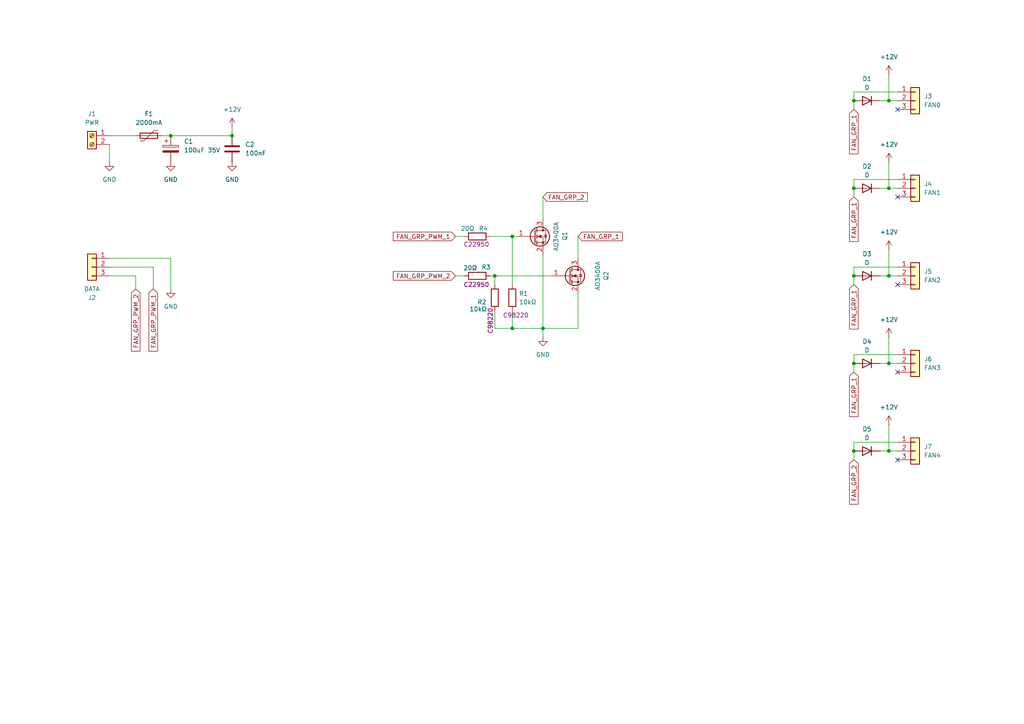
<source format=kicad_sch>
(kicad_sch (version 20231120) (generator "eeschema") (generator_version "8.0")
  (paper "A4")
  (lib_symbols
    (symbol "Connector:Screw_Terminal_01x02" (pin_names (offset 1.016) hide)
      (property "Reference" "J" (at 0 2.54 0))
      (property "Value" "Screw_Terminal_01x02" (at 0 -5.08 0))
      (symbol "Screw_Terminal_01x02_1_1"
        (rectangle (start -1.27 1.27) (end 1.27 -3.81) (stroke (width 0.254)) (fill (type background)))
        (circle (center 0 -2.54) (radius 0.635) (stroke (width 0.1524)))
        (polyline (pts (xy -0.5334 -2.2098) (xy 0.3302 -3.048)) (stroke (width 0.1524)))
        (polyline (pts (xy -0.5334 0.3302) (xy 0.3302 -0.508)) (stroke (width 0.1524)))
        (polyline (pts (xy -0.3556 -2.032) (xy 0.508 -2.8702)) (stroke (width 0.1524)))
        (polyline (pts (xy -0.3556 0.508) (xy 0.508 -0.3302)) (stroke (width 0.1524)))
        (circle (center 0 0) (radius 0.635) (stroke (width 0.1524)))
        (pin passive line (at -5.08 0 0) (length 3.81) (name "Pin_1") (number "1"))
        (pin passive line (at -5.08 -2.54 0) (length 3.81) (name "Pin_2") (number "2"))
      )
    )
    (symbol "Connector_Generic:Conn_01x03" (pin_names (offset 1.016) hide)
      (property "Reference" "J" (at 0 5.08 0))
      (property "Value" "Conn_01x03" (at 0 -5.08 0))
      (symbol "Conn_01x03_1_1"
        (rectangle (start -1.27 -2.413) (end 0 -2.667) (stroke (width 0.1524)))
        (rectangle (start -1.27 0.127) (end 0 -0.127) (stroke (width 0.1524)))
        (rectangle (start -1.27 2.667) (end 0 2.413) (stroke (width 0.1524)))
        (rectangle (start -1.27 3.81) (end 1.27 -3.81) (stroke (width 0.254)) (fill (type background)))
        (pin passive line (at -5.08 2.54 0) (length 3.81) (name "Pin_1") (number "1"))
        (pin passive line (at -5.08 0 0) (length 3.81) (name "Pin_2") (number "2"))
        (pin passive line (at -5.08 -2.54 0) (length 3.81) (name "Pin_3") (number "3"))
      )
    )
    (symbol "Device:C" (pin_numbers hide) (pin_names (offset 0.254))
      (property "Reference" "C" (at 0.635 2.54 0))
      (property "Value" "C" (at 0.635 -2.54 0))
      (symbol "C_0_1"
        (polyline (pts (xy -2.032 -0.762) (xy 2.032 -0.762)) (stroke (width 0.508)))
        (polyline (pts (xy -2.032 0.762) (xy 2.032 0.762)) (stroke (width 0.508)))
      )
      (symbol "C_1_1"
        (pin passive line (at 0 3.81 270) (length 2.794) (name "~") (number "1"))
        (pin passive line (at 0 -3.81 90) (length 2.794) (name "~") (number "2"))
      )
    )
    (symbol "Device:C_Polarized" (pin_numbers hide) (pin_names (offset 0.254))
      (property "Reference" "C" (at 0.635 2.54 0))
      (property "Value" "C_Polarized" (at 0.635 -2.54 0))
      (symbol "C_Polarized_0_1"
        (rectangle (start -2.286 0.508) (end 2.286 1.016))
        (polyline (pts (xy -1.778 2.286) (xy -0.762 2.286)))
        (polyline (pts (xy -1.27 2.794) (xy -1.27 1.778)))
        (rectangle (start 2.286 -0.508) (end -2.286 -1.016) (fill (type outline)))
      )
      (symbol "C_Polarized_1_1"
        (pin passive line (at 0 3.81 270) (length 2.794) (name "~") (number "1"))
        (pin passive line (at 0 -3.81 90) (length 2.794) (name "~") (number "2"))
      )
    )
    (symbol "Device:D" (pin_numbers hide) (pin_names (offset 1.016) hide)
      (property "Reference" "D" (at 0 2.54 0))
      (property "Value" "D" (at 0 -2.54 0))
      (symbol "D_0_1"
        (polyline (pts (xy -1.27 1.27) (xy -1.27 -1.27)) (stroke (width 0.254)))
        (polyline (pts (xy 1.27 0) (xy -1.27 0)))
        (polyline (pts (xy 1.27 1.27) (xy 1.27 -1.27) (xy -1.27 0) (xy 1.27 1.27)) (stroke (width 0.254)))
      )
      (symbol "D_1_1"
        (pin passive line (at -3.81 0 0) (length 2.54) (name "K") (number "1"))
        (pin passive line (at 3.81 0 180) (length 2.54) (name "A") (number "2"))
      )
    )
    (symbol "Device:Polyfuse" (pin_numbers hide) (pin_names (offset 0))
      (property "Reference" "F" (at -2.54 0 90))
      (property "Value" "Polyfuse" (at 2.54 0 90))
      (symbol "Polyfuse_0_1"
        (rectangle (start -0.762 2.54) (end 0.762 -2.54) (stroke (width 0.254)))
        (polyline (pts (xy 0 2.54) (xy 0 -2.54)))
        (polyline (pts (xy -1.524 2.54) (xy -1.524 1.524) (xy 1.524 -1.524) (xy 1.524 -2.54)))
      )
      (symbol "Polyfuse_1_1"
        (pin passive line (at 0 3.81 270) (length 1.27) (name "~") (number "1"))
        (pin passive line (at 0 -3.81 90) (length 1.27) (name "~") (number "2"))
      )
    )
    (symbol "Device:R" (pin_numbers hide) (pin_names (offset 0))
      (property "Reference" "R" (at 2.032 0 90))
      (property "Value" "R" (at 0 0 90))
      (symbol "R_0_1"
        (rectangle (start -1.016 -2.54) (end 1.016 2.54) (stroke (width 0.254)))
      )
      (symbol "R_1_1"
        (pin passive line (at 0 3.81 270) (length 1.27) (name "~") (number "1"))
        (pin passive line (at 0 -3.81 90) (length 1.27) (name "~") (number "2"))
      )
    )
    (symbol "Transistor_FET:AO3400A" (pin_names hide)
      (property "Reference" "Q" (at 5.08 1.905 0))
      (property "Value" "AO3400A" (at 5.08 0 0))
      (symbol "AO3400A_0_1"
        (polyline (pts (xy 0.254 0) (xy -2.54 0)))
        (polyline (pts (xy 0.254 1.905) (xy 0.254 -1.905)) (stroke (width 0.254)))
        (polyline (pts (xy 0.762 -1.27) (xy 0.762 -2.286)) (stroke (width 0.254)))
        (polyline (pts (xy 0.762 0.508) (xy 0.762 -0.508)) (stroke (width 0.254)))
        (polyline (pts (xy 0.762 2.286) (xy 0.762 1.27)) (stroke (width 0.254)))
        (polyline (pts (xy 2.54 2.54) (xy 2.54 1.778)))
        (polyline (pts (xy 2.54 -2.54) (xy 2.54 0) (xy 0.762 0)))
        (polyline (pts (xy 0.762 -1.778) (xy 3.302 -1.778) (xy 3.302 1.778) (xy 0.762 1.778)))
        (polyline (pts (xy 1.016 0) (xy 2.032 0.381) (xy 2.032 -0.381) (xy 1.016 0)) (fill (type outline)))
        (polyline (pts (xy 2.794 0.508) (xy 2.921 0.381) (xy 3.683 0.381) (xy 3.81 0.254)))
        (polyline (pts (xy 3.302 0.381) (xy 2.921 -0.254) (xy 3.683 -0.254) (xy 3.302 0.381)))
        (circle (center 1.651 0) (radius 2.794) (stroke (width 0.254)))
        (circle (center 2.54 -1.778) (radius 0.254) (fill (type outline)))
        (circle (center 2.54 1.778) (radius 0.254) (fill (type outline)))
      )
      (symbol "AO3400A_1_1"
        (pin input line (at -5.08 0 0) (length 2.54) (name "G") (number "1"))
        (pin passive line (at 2.54 -5.08 90) (length 2.54) (name "S") (number "2"))
        (pin passive line (at 2.54 5.08 270) (length 2.54) (name "D") (number "3"))
      )
    )
    (symbol "power:+12V" (power) (pin_numbers hide) (pin_names (offset 0) hide)
      (property "Value" "+12V" (at 0 3.556 0))
      (symbol "+12V_0_1"
        (polyline (pts (xy -0.762 1.27) (xy 0 2.54)))
        (polyline (pts (xy 0 0) (xy 0 2.54)))
        (polyline (pts (xy 0 2.54) (xy 0.762 1.27)))
      )
      (symbol "+12V_1_1"
        (pin power_in line (at 0 0 90) (length 0) (name "~") (number "1"))
      )
    )
    (symbol "power:GND" (power) (pin_numbers hide) (pin_names (offset 0) hide)
      (property "Value" "GND" (at 0 -3.81 0))
      (symbol "GND_0_1"
        (polyline (pts (xy 0 0) (xy 0 -1.27) (xy 1.27 -1.27) (xy 0 -2.54) (xy -1.27 -1.27) (xy 0 -1.27)))
      )
      (symbol "GND_1_1"
        (pin power_in line (at 0 0 270) (length 0) (name "~") (number "1"))
      )
    )
  )
  (junction (at 148.59 95.25))
  (junction (at 247.65 54.61))
  (junction (at 257.81 29.21))
  (junction (at 247.65 29.21))
  (junction (at 257.81 54.61))
  (junction (at 247.65 80.01))
  (junction (at 157.48 95.25))
  (junction (at 247.65 130.81))
  (junction (at 247.65 105.41))
  (junction (at 257.81 130.81))
  (junction (at 148.59 68.58))
  (junction (at 49.53 39.37))
  (junction (at 257.81 80.01))
  (junction (at 67.31 39.37))
  (junction (at 143.51 80.01))
  (junction (at 257.81 105.41))
  (no_connect (at 260.35 57.15))
  (no_connect (at 260.35 107.95))
  (no_connect (at 260.35 133.35))
  (no_connect (at 260.35 82.55))
  (no_connect (at 260.35 31.75))
  (wire (pts (xy 149.86 68.58) (xy 148.59 68.58)))
  (wire (pts (xy 247.65 77.47) (xy 260.35 77.47)))
  (wire (pts (xy 49.53 74.93) (xy 49.53 83.82)))
  (wire (pts (xy 257.81 97.79) (xy 257.81 105.41)))
  (wire (pts (xy 132.08 68.58) (xy 134.62 68.58)))
  (wire (pts (xy 167.64 85.09) (xy 167.64 95.25)))
  (wire (pts (xy 148.59 90.17) (xy 148.59 95.25)))
  (wire (pts (xy 143.51 90.17) (xy 143.51 95.25)))
  (wire (pts (xy 157.48 95.25) (xy 167.64 95.25)))
  (wire (pts (xy 143.51 80.01) (xy 143.51 82.55)))
  (wire (pts (xy 31.75 41.91) (xy 31.75 46.99)))
  (wire (pts (xy 255.27 80.01) (xy 257.81 80.01)))
  (wire (pts (xy 247.65 128.27) (xy 260.35 128.27)))
  (wire (pts (xy 257.81 29.21) (xy 260.35 29.21)))
  (wire (pts (xy 49.53 39.37) (xy 67.31 39.37)))
  (wire (pts (xy 46.99 39.37) (xy 49.53 39.37)))
  (wire (pts (xy 247.65 52.07) (xy 260.35 52.07)))
  (wire (pts (xy 247.65 80.01) (xy 247.65 82.55)))
  (wire (pts (xy 44.45 77.47) (xy 44.45 83.82)))
  (wire (pts (xy 157.48 73.66) (xy 157.48 95.25)))
  (wire (pts (xy 247.65 26.67) (xy 260.35 26.67)))
  (wire (pts (xy 148.59 95.25) (xy 157.48 95.25)))
  (wire (pts (xy 142.24 80.01) (xy 143.51 80.01)))
  (wire (pts (xy 157.48 57.15) (xy 157.48 63.5)))
  (wire (pts (xy 257.81 123.19) (xy 257.81 130.81)))
  (wire (pts (xy 31.75 77.47) (xy 44.45 77.47)))
  (wire (pts (xy 247.65 102.87) (xy 260.35 102.87)))
  (wire (pts (xy 247.65 130.81) (xy 247.65 133.35)))
  (wire (pts (xy 257.81 54.61) (xy 260.35 54.61)))
  (wire (pts (xy 255.27 54.61) (xy 257.81 54.61)))
  (wire (pts (xy 39.37 80.01) (xy 39.37 83.82)))
  (wire (pts (xy 255.27 29.21) (xy 257.81 29.21)))
  (wire (pts (xy 247.65 29.21) (xy 247.65 31.75)))
  (wire (pts (xy 247.65 52.07) (xy 247.65 54.61)))
  (wire (pts (xy 257.81 130.81) (xy 260.35 130.81)))
  (wire (pts (xy 148.59 95.25) (xy 143.51 95.25)))
  (wire (pts (xy 247.65 102.87) (xy 247.65 105.41)))
  (wire (pts (xy 257.81 72.39) (xy 257.81 80.01)))
  (wire (pts (xy 31.75 80.01) (xy 39.37 80.01)))
  (wire (pts (xy 257.81 80.01) (xy 260.35 80.01)))
  (wire (pts (xy 148.59 68.58) (xy 148.59 82.55)))
  (wire (pts (xy 247.65 26.67) (xy 247.65 29.21)))
  (wire (pts (xy 148.59 68.58) (xy 142.24 68.58)))
  (wire (pts (xy 247.65 105.41) (xy 247.65 107.95)))
  (wire (pts (xy 257.81 46.99) (xy 257.81 54.61)))
  (wire (pts (xy 257.81 105.41) (xy 260.35 105.41)))
  (wire (pts (xy 143.51 80.01) (xy 160.02 80.01)))
  (wire (pts (xy 247.65 29.21) (xy 248.92 29.21)))
  (wire (pts (xy 247.65 77.47) (xy 247.65 80.01)))
  (wire (pts (xy 31.75 74.93) (xy 49.53 74.93)))
  (wire (pts (xy 67.31 39.37) (xy 67.31 36.83)))
  (wire (pts (xy 247.65 128.27) (xy 247.65 130.81)))
  (wire (pts (xy 31.75 39.37) (xy 39.37 39.37)))
  (wire (pts (xy 257.81 21.59) (xy 257.81 29.21)))
  (wire (pts (xy 255.27 130.81) (xy 257.81 130.81)))
  (wire (pts (xy 157.48 95.25) (xy 157.48 97.79)))
  (wire (pts (xy 167.64 68.58) (xy 167.64 74.93)))
  (wire (pts (xy 247.65 54.61) (xy 247.65 57.15)))
  (wire (pts (xy 132.08 80.01) (xy 134.62 80.01)))
  (wire (pts (xy 255.27 105.41) (xy 257.81 105.41)))
  (global_label "FAN_GRP_1" (shape input) (at 247.65 57.15 270) (property "Intersheetrefs" "${INTERSHEET_REFS}" (effects (hide yes))))
  (global_label "FAN_GRP_1" (shape input) (at 247.65 31.75 270) (property "Intersheetrefs" "${INTERSHEET_REFS}" (effects (hide yes))))
  (global_label "FAN_GRP_2" (shape input) (at 157.48 57.15 0) (property "Intersheetrefs" "${INTERSHEET_REFS}" (effects (hide yes))))
  (global_label "FAN_GRP_2" (shape input) (at 247.65 133.35 270) (property "Intersheetrefs" "${INTERSHEET_REFS}" (effects (hide yes))))
  (global_label "FAN_GRP_PWM_2" (shape input) (at 132.08 80.01 180) (property "Intersheetrefs" "${INTERSHEET_REFS}" (effects (hide yes))))
  (global_label "FAN_GRP_PWM_1" (shape input) (at 44.45 83.82 270) (property "Intersheetrefs" "${INTERSHEET_REFS}" (effects (hide yes))))
  (global_label "FAN_GRP_1" (shape input) (at 167.64 68.58 0) (property "Intersheetrefs" "${INTERSHEET_REFS}" (effects (hide yes))))
  (global_label "FAN_GRP_PWM_1" (shape input) (at 132.08 68.58 180) (property "Intersheetrefs" "${INTERSHEET_REFS}" (effects (hide yes))))
  (global_label "FAN_GRP_PWM_2" (shape input) (at 39.37 83.82 270) (property "Intersheetrefs" "${INTERSHEET_REFS}" (effects (hide yes))))
  (global_label "FAN_GRP_1" (shape input) (at 247.65 82.55 270) (property "Intersheetrefs" "${INTERSHEET_REFS}" (effects (hide yes))))
  (global_label "FAN_GRP_1" (shape input) (at 247.65 107.95 270) (property "Intersheetrefs" "${INTERSHEET_REFS}" (effects (hide yes))))
  (symbol (lib_id "Connector_Generic:Conn_01x03") (at 265.43 130.81 0) (unit 1)
    (property "Reference" "J7" (at 267.97 129.5399 0) (effects (justify left)))
    (property "Value" "FAN4" (at 267.97 132.0799 0) (effects (justify left)))
    (property "Footprint" "Connector:FanPinHeader_1x03_P2.54mm_Vertical" (effects (hide yes)))
    (property "Description" "Generic connector, single row, 01x03, script generated (kicad-library-utils/schlib/autogen/connector/)" (effects (hide yes)))
  )
  (symbol (lib_id "Device:C") (at 67.31 43.18 0) (unit 1)
    (property "Reference" "C2" (at 71.12 41.9099 0) (effects (justify left)))
    (property "Value" "100nF" (at 71.12 44.4499 0) (effects (justify left)))
    (property "Footprint" "Capacitor_SMD:C_0603_1608Metric" (effects (hide yes)))
    (property "Description" "Unpolarized capacitor" (effects (hide yes)))
    (property "LCSC" "C14663" (effects (hide yes)))
  )
  (symbol (lib_id "Device:D") (at 251.46 80.01 180) (unit 1)
    (property "Reference" "D3" (at 251.46 73.66 0))
    (property "Value" "D" (at 251.46 76.2 0))
    (property "Footprint" "Diode_SMD:D_SOD-123F" (effects (hide yes)))
    (property "Datasheet" "https://wmsc.lcsc.com/wmsc/upload/file/pdf/v2/lcsc/2309251425_hongjiacheng-1N4004W_C18199087.pdf" (effects (hide yes)))
    (property "Description" "Diode" (effects (hide yes)))
    (property "Sim.Device" "D" (effects (hide yes)))
    (property "Sim.Pins" "1=K 2=A" (effects (hide yes)))
    (property "LCSC" "C18199087" (effects (hide yes)))
  )
  (symbol (lib_id "power:+12V") (at 257.81 123.19 0) (unit 1)
    (property "Reference" "#PWR010" (effects (hide yes)))
    (property "Value" "+12V" (at 257.81 118.11 0))
    (property "Description" "Power symbol creates a global label with name \"+12V\"" (effects (hide yes)))
  )
  (symbol (lib_id "power:+12V") (at 257.81 72.39 0) (unit 1)
    (property "Reference" "#PWR07" (effects (hide yes)))
    (property "Value" "+12V" (at 257.81 67.31 0))
    (property "Description" "Power symbol creates a global label with name \"+12V\"" (effects (hide yes)))
  )
  (symbol (lib_id "power:GND") (at 49.53 83.82 0) (unit 1)
    (property "Reference" "#PWR013" (effects (hide yes)))
    (property "Value" "GND" (at 49.53 88.9 0))
    (property "Description" "Power symbol creates a global label with name \"GND\" , ground" (effects (hide yes)))
  )
  (symbol (lib_id "Connector:Screw_Terminal_01x02") (at 26.67 39.37 0) (mirror y) (unit 1)
    (property "Reference" "J1" (at 26.67 33.02 0))
    (property "Value" "PWR" (at 26.67 35.56 0))
    (property "Footprint" "TerminalBlock_Phoenix:TerminalBlock_Phoenix_MKDS-1,5-2-5.08_1x02_P5.08mm_Horizontal" (effects (hide yes)))
    (property "Description" "Generic screw terminal, single row, 01x02, script generated (kicad-library-utils/schlib/autogen/connector/)" (effects (hide yes)))
    (property "LCSC" "C8465" (effects (hide yes)))
  )
  (symbol (lib_id "Device:R") (at 143.51 86.36 0) (unit 1)
    (property "Reference" "R2" (at 138.43 87.63 0) (effects (justify left)))
    (property "Value" "10kΩ" (at 136.144 89.662 0) (effects (justify left)))
    (property "Footprint" "Resistor_SMD:R_0603_1608Metric" (effects (hide yes)))
    (property "LCSC" "C98220" (at 142.24 96.774 90) (effects (justify left)))
  )
  (symbol (lib_id "Device:D") (at 251.46 54.61 180) (unit 1)
    (property "Reference" "D2" (at 251.46 48.26 0))
    (property "Value" "D" (at 251.46 50.8 0))
    (property "Footprint" "Diode_SMD:D_SOD-123F" (effects (hide yes)))
    (property "Datasheet" "https://wmsc.lcsc.com/wmsc/upload/file/pdf/v2/lcsc/2309251425_hongjiacheng-1N4004W_C18199087.pdf" (effects (hide yes)))
    (property "Description" "Diode" (effects (hide yes)))
    (property "Sim.Device" "D" (effects (hide yes)))
    (property "Sim.Pins" "1=K 2=A" (effects (hide yes)))
    (property "LCSC" "C18199087" (effects (hide yes)))
  )
  (symbol (lib_id "Device:Polyfuse") (at 43.18 39.37 90) (unit 1)
    (property "Reference" "F1" (at 43.18 33.02 90))
    (property "Value" "2000mA" (at 43.18 35.56 90))
    (property "Footprint" "Fuse:Fuse_0805_2012Metric_Pad1.15x1.40mm_HandSolder" (effects (hide yes)))
    (property "Datasheet" "https://www.lcsc.com/datasheet/lcsc_datasheet_2310251505_LUTE-1812L125-16GR_C19078724.pdf" (effects (hide yes)))
    (property "Description" "Resettable fuse, polymeric positive temperature coefficient" (effects (hide yes)))
    (property "LCSC" "C19078724" (effects (hide yes)))
  )
  (symbol (lib_id "Transistor_FET:AO3400A") (at 154.94 68.58 0) (unit 1)
    (property "Reference" "Q1" (at 163.83 69.85 90) (effects (justify left)))
    (property "Value" "AO3400A" (at 161.29 72.898 90) (effects (justify left)))
    (property "Footprint" "Package_TO_SOT_SMD:SOT-23" (effects (hide yes)))
    (property "Datasheet" "http://www.aosmd.com/pdfs/datasheet/AO3400A.pdf" (effects (hide yes)))
    (property "LCSC" "C347475" (effects (hide yes)))
  )
  (symbol (lib_id "Connector_Generic:Conn_01x03") (at 265.43 80.01 0) (unit 1)
    (property "Reference" "J5" (at 267.97 78.7399 0) (effects (justify left)))
    (property "Value" "FAN2" (at 267.97 81.2799 0) (effects (justify left)))
    (property "Footprint" "Connector:FanPinHeader_1x03_P2.54mm_Vertical" (effects (hide yes)))
    (property "Description" "Generic connector, single row, 01x03, script generated (kicad-library-utils/schlib/autogen/connector/)" (effects (hide yes)))
  )
  (symbol (lib_id "Device:R") (at 148.59 86.36 0) (unit 1)
    (property "Reference" "R1" (at 150.495 85.2058 0) (effects (justify left)))
    (property "Value" "10kΩ" (at 150.495 87.63 0) (effects (justify left)))
    (property "Footprint" "Resistor_SMD:R_0603_1608Metric" (effects (hide yes)))
    (property "LCSC" "C98220" (at 149.606 91.44 0))
  )
  (symbol (lib_id "Connector_Generic:Conn_01x03") (at 265.43 29.21 0) (unit 1)
    (property "Reference" "J3" (at 267.97 27.9399 0) (effects (justify left)))
    (property "Value" "FAN0" (at 267.97 30.4799 0) (effects (justify left)))
    (property "Footprint" "Connector:FanPinHeader_1x03_P2.54mm_Vertical" (effects (hide yes)))
    (property "Description" "Generic connector, single row, 01x03, script generated (kicad-library-utils/schlib/autogen/connector/)" (effects (hide yes)))
  )
  (symbol (lib_id "Device:D") (at 251.46 29.21 180) (unit 1)
    (property "Reference" "D1" (at 251.46 22.86 0))
    (property "Value" "D" (at 251.46 25.4 0))
    (property "Footprint" "Diode_SMD:D_SOD-123F" (effects (hide yes)))
    (property "Datasheet" "https://wmsc.lcsc.com/wmsc/upload/file/pdf/v2/lcsc/2309251425_hongjiacheng-1N4004W_C18199087.pdf" (effects (hide yes)))
    (property "Description" "Diode" (effects (hide yes)))
    (property "Sim.Device" "D" (effects (hide yes)))
    (property "Sim.Pins" "1=K 2=A" (effects (hide yes)))
    (property "LCSC" "C18199087" (effects (hide yes)))
  )
  (symbol (lib_id "Device:R") (at 138.43 80.01 90) (unit 1)
    (property "Reference" "R3" (at 140.97 77.47 90))
    (property "Value" "20Ω" (at 136.398 77.724 90))
    (property "Footprint" "Resistor_SMD:R_0603_1608Metric" (effects (hide yes)))
    (property "LCSC" "C22950" (at 138.176 82.55 90))
  )
  (symbol (lib_id "Connector_Generic:Conn_01x03") (at 26.67 77.47 0) (mirror y) (unit 1)
    (property "Reference" "J2" (at 26.67 86.36 0))
    (property "Value" "DATA" (at 26.67 83.82 0))
    (property "Footprint" "Connector_PinHeader_2.54mm:PinHeader_1x03_P2.54mm_Vertical" (effects (hide yes)))
    (property "Description" "Generic connector, single row, 01x03, script generated (kicad-library-utils/schlib/autogen/connector/)" (effects (hide yes)))
  )
  (symbol (lib_id "power:GND") (at 31.75 46.99 0) (unit 1)
    (property "Reference" "#PWR01" (effects (hide yes)))
    (property "Value" "GND" (at 31.75 52.07 0))
    (property "Description" "Power symbol creates a global label with name \"GND\" , ground" (effects (hide yes)))
  )
  (symbol (lib_id "power:+12V") (at 67.31 36.83 0) (unit 1)
    (property "Reference" "#PWR03" (effects (hide yes)))
    (property "Value" "+12V" (at 67.31 31.75 0))
    (property "Description" "Power symbol creates a global label with name \"+12V\"" (effects (hide yes)))
  )
  (symbol (lib_id "power:GND") (at 49.53 46.99 0) (unit 1)
    (property "Reference" "#PWR02" (effects (hide yes)))
    (property "Value" "GND" (at 49.53 52.07 0))
    (property "Description" "Power symbol creates a global label with name \"GND\" , ground" (effects (hide yes)))
  )
  (symbol (lib_id "Transistor_FET:AO3400A") (at 165.1 80.01 0) (unit 1)
    (property "Reference" "Q2" (at 175.7792 80.01 90))
    (property "Value" "AO3400A" (at 173.355 80.01 90))
    (property "Footprint" "Package_TO_SOT_SMD:SOT-23" (effects (hide yes)))
    (property "Datasheet" "http://www.aosmd.com/pdfs/datasheet/AO3400A.pdf" (effects (hide yes)))
    (property "LCSC" "C347475" (effects (hide yes)))
  )
  (symbol (lib_id "power:GND") (at 67.31 46.99 0) (unit 1)
    (property "Reference" "#PWR04" (effects (hide yes)))
    (property "Value" "GND" (at 67.31 52.07 0))
    (property "Description" "Power symbol creates a global label with name \"GND\" , ground" (effects (hide yes)))
  )
  (symbol (lib_id "power:+12V") (at 257.81 21.59 0) (unit 1)
    (property "Reference" "#PWR08" (effects (hide yes)))
    (property "Value" "+12V" (at 257.81 16.51 0))
    (property "Description" "Power symbol creates a global label with name \"+12V\"" (effects (hide yes)))
  )
  (symbol (lib_id "Device:R") (at 138.43 68.58 90) (unit 1)
    (property "Reference" "R4" (at 140.208 66.294 90))
    (property "Value" "20Ω" (at 135.636 66.294 90))
    (property "Footprint" "Resistor_SMD:R_0603_1608Metric" (effects (hide yes)))
    (property "LCSC" "C22950" (at 138.176 70.866 90))
  )
  (symbol (lib_id "Device:D") (at 251.46 105.41 180) (unit 1)
    (property "Reference" "D4" (at 251.46 99.06 0))
    (property "Value" "D" (at 251.46 101.6 0))
    (property "Footprint" "Diode_SMD:D_SOD-123F" (effects (hide yes)))
    (property "Datasheet" "https://wmsc.lcsc.com/wmsc/upload/file/pdf/v2/lcsc/2309251425_hongjiacheng-1N4004W_C18199087.pdf" (effects (hide yes)))
    (property "Description" "Diode" (effects (hide yes)))
    (property "Sim.Device" "D" (effects (hide yes)))
    (property "Sim.Pins" "1=K 2=A" (effects (hide yes)))
    (property "LCSC" "C18199087" (effects (hide yes)))
  )
  (symbol (lib_id "power:GND") (at 157.48 97.79 0) (unit 1)
    (property "Reference" "#PWR05" (effects (hide yes)))
    (property "Value" "GND" (at 157.48 102.87 0))
  )
  (symbol (lib_id "power:+12V") (at 257.81 46.99 0) (unit 1)
    (property "Reference" "#PWR06" (effects (hide yes)))
    (property "Value" "+12V" (at 257.81 41.91 0))
    (property "Description" "Power symbol creates a global label with name \"+12V\"" (effects (hide yes)))
  )
  (symbol (lib_id "Device:C_Polarized") (at 49.53 43.18 0) (unit 1)
    (property "Reference" "C1" (at 53.34 41.0209 0) (effects (justify left)))
    (property "Value" "100uF 35V" (at 53.34 43.5609 0) (effects (justify left)))
    (property "Footprint" "Capacitor_THT:CP_Radial_D6.3mm_P2.50mm" (effects (hide yes)))
    (property "Description" "Polarized capacitor" (effects (hide yes)))
    (property "LCSC" "C2831717" (effects (hide yes)))
  )
  (symbol (lib_id "Connector_Generic:Conn_01x03") (at 265.43 105.41 0) (unit 1)
    (property "Reference" "J6" (at 267.97 104.1399 0) (effects (justify left)))
    (property "Value" "FAN3" (at 267.97 106.6799 0) (effects (justify left)))
    (property "Footprint" "Connector:FanPinHeader_1x03_P2.54mm_Vertical" (effects (hide yes)))
    (property "Description" "Generic connector, single row, 01x03, script generated (kicad-library-utils/schlib/autogen/connector/)" (effects (hide yes)))
  )
  (symbol (lib_id "power:+12V") (at 257.81 97.79 0) (unit 1)
    (property "Reference" "#PWR09" (effects (hide yes)))
    (property "Value" "+12V" (at 257.81 92.71 0))
    (property "Description" "Power symbol creates a global label with name \"+12V\"" (effects (hide yes)))
  )
  (symbol (lib_id "Connector_Generic:Conn_01x03") (at 265.43 54.61 0) (unit 1)
    (property "Reference" "J4" (at 267.97 53.3399 0) (effects (justify left)))
    (property "Value" "FAN1" (at 267.97 55.8799 0) (effects (justify left)))
    (property "Footprint" "Connector:FanPinHeader_1x03_P2.54mm_Vertical" (effects (hide yes)))
    (property "Description" "Generic connector, single row, 01x03, script generated (kicad-library-utils/schlib/autogen/connector/)" (effects (hide yes)))
  )
  (symbol (lib_id "Device:D") (at 251.46 130.81 180) (unit 1)
    (property "Reference" "D5" (at 251.46 124.46 0))
    (property "Value" "D" (at 251.46 127 0))
    (property "Footprint" "Diode_SMD:D_SOD-123F" (effects (hide yes)))
    (property "Datasheet" "https://wmsc.lcsc.com/wmsc/upload/file/pdf/v2/lcsc/2309251425_hongjiacheng-1N4004W_C18199087.pdf" (effects (hide yes)))
    (property "Description" "Diode" (effects (hide yes)))
    (property "Sim.Device" "D" (effects (hide yes)))
    (property "Sim.Pins" "1=K 2=A" (effects (hide yes)))
    (property "LCSC" "C18199087" (effects (hide yes)))
  )
)
</source>
